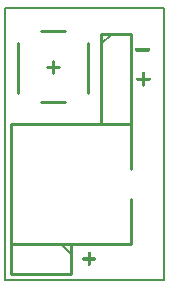
<source format=gto>
G04 MADE WITH FRITZING*
G04 WWW.FRITZING.ORG*
G04 DOUBLE SIDED*
G04 HOLES PLATED*
G04 CONTOUR ON CENTER OF CONTOUR VECTOR*
%ASAXBY*%
%FSLAX23Y23*%
%MOIN*%
%OFA0B0*%
%SFA1.0B1.0*%
%ADD10R,0.536807X0.916311X0.520807X0.900311*%
%ADD11C,0.008000*%
%ADD12C,0.010000*%
%ADD13C,0.005000*%
%ADD14R,0.001000X0.001000*%
%LNSILK1*%
G90*
G70*
G54D11*
X4Y912D02*
X533Y912D01*
X533Y4D01*
X4Y4D01*
X4Y912D01*
D02*
G54D12*
X424Y525D02*
X24Y525D01*
D02*
X24Y525D02*
X24Y125D01*
D02*
X24Y125D02*
X424Y125D01*
D02*
X424Y525D02*
X424Y375D01*
D02*
X424Y275D02*
X424Y125D01*
D02*
X324Y825D02*
X324Y525D01*
D02*
X324Y525D02*
X424Y525D01*
D02*
X424Y525D02*
X424Y825D01*
D02*
X424Y825D02*
X324Y825D01*
G54D13*
D02*
X324Y790D02*
X359Y825D01*
G54D12*
D02*
X224Y125D02*
X24Y125D01*
D02*
X24Y125D02*
X24Y25D01*
D02*
X24Y25D02*
X224Y25D01*
D02*
X224Y25D02*
X224Y125D01*
G54D13*
D02*
X189Y125D02*
X224Y90D01*
G54D12*
D02*
X202Y597D02*
X124Y597D01*
D02*
X281Y794D02*
X281Y627D01*
D02*
X45Y794D02*
X45Y627D01*
D02*
X202Y833D02*
X124Y833D01*
D02*
X183Y715D02*
X143Y715D01*
D02*
X163Y695D02*
X163Y735D01*
G54D14*
X439Y778D02*
X483Y778D01*
X438Y777D02*
X484Y777D01*
X437Y776D02*
X485Y776D01*
X437Y775D02*
X485Y775D01*
X437Y774D02*
X485Y774D01*
X436Y773D02*
X485Y773D01*
X436Y772D02*
X485Y772D01*
X436Y771D02*
X485Y771D01*
X436Y770D02*
X485Y770D01*
X437Y769D02*
X485Y769D01*
X437Y768D02*
X485Y768D01*
X437Y767D02*
X484Y767D01*
X438Y766D02*
X484Y766D01*
X439Y765D02*
X482Y765D01*
X463Y698D02*
X467Y698D01*
X462Y697D02*
X468Y697D01*
X461Y696D02*
X469Y696D01*
X461Y695D02*
X469Y695D01*
X461Y694D02*
X470Y694D01*
X461Y693D02*
X470Y693D01*
X461Y692D02*
X470Y692D01*
X461Y691D02*
X470Y691D01*
X461Y690D02*
X470Y690D01*
X461Y689D02*
X470Y689D01*
X461Y688D02*
X470Y688D01*
X461Y687D02*
X470Y687D01*
X461Y686D02*
X470Y686D01*
X461Y685D02*
X470Y685D01*
X461Y684D02*
X470Y684D01*
X461Y683D02*
X470Y683D01*
X461Y682D02*
X470Y682D01*
X461Y681D02*
X470Y681D01*
X461Y680D02*
X470Y680D01*
X460Y679D02*
X470Y679D01*
X443Y678D02*
X487Y678D01*
X442Y677D02*
X488Y677D01*
X441Y676D02*
X489Y676D01*
X441Y675D02*
X489Y675D01*
X441Y674D02*
X490Y674D01*
X441Y673D02*
X490Y673D01*
X441Y672D02*
X489Y672D01*
X442Y671D02*
X489Y671D01*
X443Y670D02*
X488Y670D01*
X444Y669D02*
X486Y669D01*
X461Y668D02*
X470Y668D01*
X461Y667D02*
X470Y667D01*
X461Y666D02*
X470Y666D01*
X461Y665D02*
X470Y665D01*
X461Y664D02*
X470Y664D01*
X461Y663D02*
X470Y663D01*
X461Y662D02*
X470Y662D01*
X461Y661D02*
X470Y661D01*
X461Y660D02*
X470Y660D01*
X461Y659D02*
X470Y659D01*
X461Y658D02*
X470Y658D01*
X461Y657D02*
X470Y657D01*
X461Y656D02*
X470Y656D01*
X461Y655D02*
X470Y655D01*
X461Y654D02*
X470Y654D01*
X461Y653D02*
X470Y653D01*
X461Y652D02*
X469Y652D01*
X462Y651D02*
X469Y651D01*
X463Y650D02*
X468Y650D01*
X465Y649D02*
X466Y649D01*
X281Y98D02*
X285Y98D01*
X280Y97D02*
X287Y97D01*
X279Y96D02*
X287Y96D01*
X279Y95D02*
X288Y95D01*
X279Y94D02*
X288Y94D01*
X279Y93D02*
X288Y93D01*
X279Y92D02*
X288Y92D01*
X279Y91D02*
X288Y91D01*
X279Y90D02*
X288Y90D01*
X279Y89D02*
X288Y89D01*
X279Y88D02*
X288Y88D01*
X279Y87D02*
X288Y87D01*
X279Y86D02*
X288Y86D01*
X279Y85D02*
X288Y85D01*
X279Y84D02*
X288Y84D01*
X279Y83D02*
X288Y83D01*
X279Y82D02*
X288Y82D01*
X279Y81D02*
X288Y81D01*
X279Y80D02*
X288Y80D01*
X264Y79D02*
X303Y79D01*
X261Y78D02*
X306Y78D01*
X260Y77D02*
X307Y77D01*
X259Y76D02*
X307Y76D01*
X259Y75D02*
X307Y75D01*
X259Y74D02*
X308Y74D01*
X259Y73D02*
X308Y73D01*
X259Y72D02*
X307Y72D01*
X260Y71D02*
X307Y71D01*
X261Y70D02*
X306Y70D01*
X264Y69D02*
X303Y69D01*
X279Y68D02*
X288Y68D01*
X279Y67D02*
X288Y67D01*
X279Y66D02*
X288Y66D01*
X279Y65D02*
X288Y65D01*
X279Y64D02*
X288Y64D01*
X279Y63D02*
X288Y63D01*
X279Y62D02*
X288Y62D01*
X279Y61D02*
X288Y61D01*
X279Y60D02*
X288Y60D01*
X279Y59D02*
X288Y59D01*
X279Y58D02*
X288Y58D01*
X279Y57D02*
X288Y57D01*
X279Y56D02*
X288Y56D01*
X279Y55D02*
X288Y55D01*
X279Y54D02*
X288Y54D01*
X279Y53D02*
X288Y53D01*
X279Y52D02*
X287Y52D01*
X280Y51D02*
X287Y51D01*
X281Y50D02*
X286Y50D01*
D02*
G04 End of Silk1*
M02*
</source>
